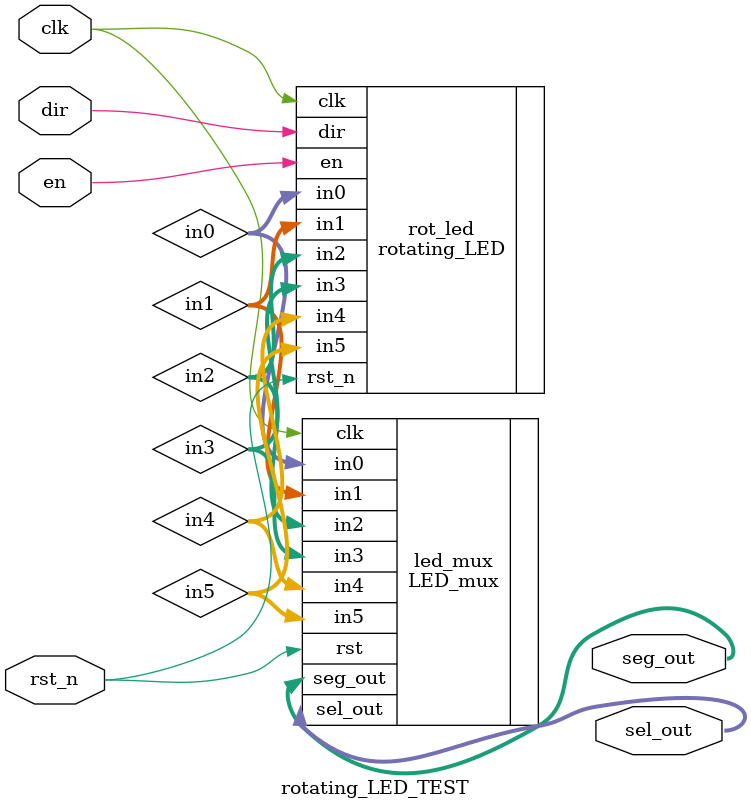
<source format=v>
`timescale 1ns / 1ps

module rotating_LED_TEST(
	input clk,rst_n,
	input en,dir,
	output[7:0] seg_out,
	output[5:0] sel_out
    );
	 wire [4:0] in0,in1,in2,in3,in4,in5;
	 rotating_LED #(.turns(25_000_000)) //Frequency will be 50MHz/turns = 50MHz/15M = 3.33Hz(0.3 sec per move)
		 rot_led
			(
			.clk(clk),
			.rst_n(rst_n),
			.en(en),
			.dir(dir),
			.in0(in0),
			.in1(in1),
			.in2(in2),
			.in3(in3),
			.in4(in4),
			.in5(in5)
			 );
	 
	LED_mux led_mux
		(
		.clk(clk),
		.rst(rst_n),
		.in0(in0),
		.in1(in1),
		.in2(in2),
		.in3(in3),
		.in4(in4),
		.in5(in5),
		.seg_out(seg_out),
		.sel_out(sel_out)
		 );

endmodule

</source>
